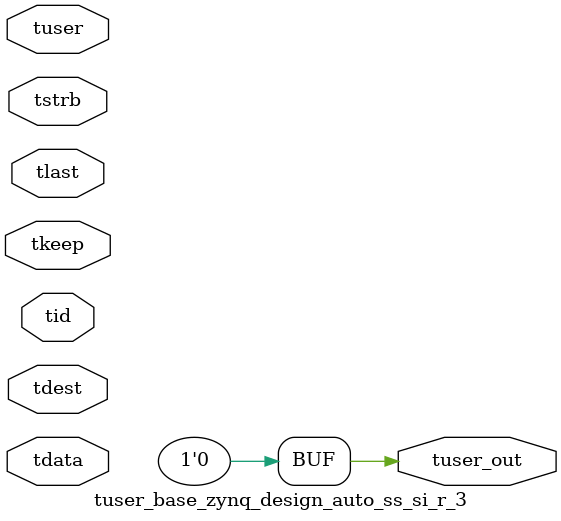
<source format=v>


`timescale 1ps/1ps

module tuser_base_zynq_design_auto_ss_si_r_3 #
(
parameter C_S_AXIS_TUSER_WIDTH = 1,
parameter C_S_AXIS_TDATA_WIDTH = 32,
parameter C_S_AXIS_TID_WIDTH   = 0,
parameter C_S_AXIS_TDEST_WIDTH = 0,
parameter C_M_AXIS_TUSER_WIDTH = 1
)
(
input  [(C_S_AXIS_TUSER_WIDTH == 0 ? 1 : C_S_AXIS_TUSER_WIDTH)-1:0     ] tuser,
input  [(C_S_AXIS_TDATA_WIDTH == 0 ? 1 : C_S_AXIS_TDATA_WIDTH)-1:0     ] tdata,
input  [(C_S_AXIS_TID_WIDTH   == 0 ? 1 : C_S_AXIS_TID_WIDTH)-1:0       ] tid,
input  [(C_S_AXIS_TDEST_WIDTH == 0 ? 1 : C_S_AXIS_TDEST_WIDTH)-1:0     ] tdest,
input  [(C_S_AXIS_TDATA_WIDTH/8)-1:0 ] tkeep,
input  [(C_S_AXIS_TDATA_WIDTH/8)-1:0 ] tstrb,
input                                                                    tlast,
output [C_M_AXIS_TUSER_WIDTH-1:0] tuser_out
);

assign tuser_out = {1'b0};

endmodule


</source>
